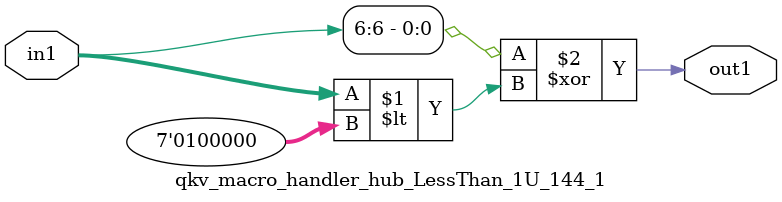
<source format=v>

`timescale 1ps / 1ps


module qkv_macro_handler_hub_LessThan_1U_144_1( in1, out1 );

    input [6:0] in1;
    output out1;

    
    // rtl_process:qkv_macro_handler_hub_LessThan_1U_144_1/qkv_macro_handler_hub_LessThan_1U_144_1_thread_1
    assign out1 = (in1[6] ^ in1 < 7'd032);

endmodule



</source>
